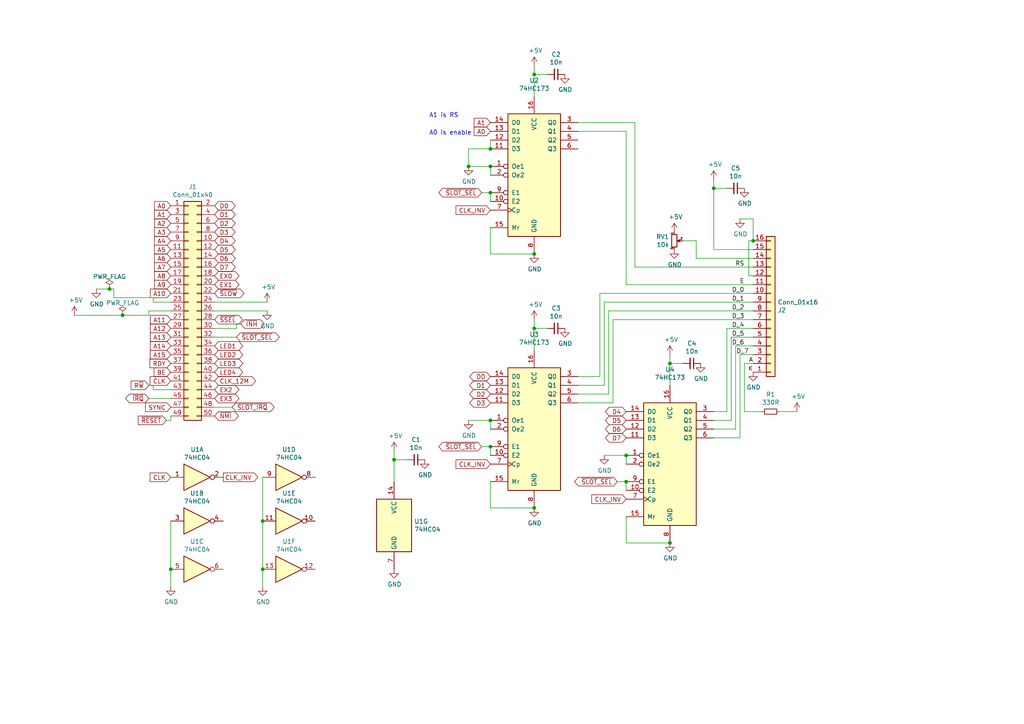
<source format=kicad_sch>
(kicad_sch (version 20211123) (generator eeschema)
  (paper "A4")
  (title_block (title "LCD Board") (date "2023-02-11") (rev "${VERSION}") (company "Six Pixels"))
  (lib_symbols
    (symbol "74xx:74LS04"
      (property "Reference" "U" (at 0 1.27 0))
      (property "Value" "74LS04" (at 0 -1.27 0))
      (symbol "74LS04_1_0"
        (polyline (pts (xy -3.81 3.81) (xy -3.81 -3.81) (xy 3.81 0) (xy -3.81 3.81)) (stroke (width 0.254)) (fill (type background)))
        (pin input line (at -7.62 0 0) (length 3.81) (name "~") (number "1"))
        (pin output inverted (at 7.62 0 180) (length 3.81) (name "~") (number "2"))
      )
      (symbol "74LS04_2_0"
        (polyline (pts (xy -3.81 3.81) (xy -3.81 -3.81) (xy 3.81 0) (xy -3.81 3.81)) (stroke (width 0.254)) (fill (type background)))
        (pin input line (at -7.62 0 0) (length 3.81) (name "~") (number "3"))
        (pin output inverted (at 7.62 0 180) (length 3.81) (name "~") (number "4"))
      )
      (symbol "74LS04_3_0"
        (polyline (pts (xy -3.81 3.81) (xy -3.81 -3.81) (xy 3.81 0) (xy -3.81 3.81)) (stroke (width 0.254)) (fill (type background)))
        (pin input line (at -7.62 0 0) (length 3.81) (name "~") (number "5"))
        (pin output inverted (at 7.62 0 180) (length 3.81) (name "~") (number "6"))
      )
      (symbol "74LS04_4_0"
        (polyline (pts (xy -3.81 3.81) (xy -3.81 -3.81) (xy 3.81 0) (xy -3.81 3.81)) (stroke (width 0.254)) (fill (type background)))
        (pin output inverted (at 7.62 0 180) (length 3.81) (name "~") (number "8"))
        (pin input line (at -7.62 0 0) (length 3.81) (name "~") (number "9"))
      )
      (symbol "74LS04_5_0"
        (polyline (pts (xy -3.81 3.81) (xy -3.81 -3.81) (xy 3.81 0) (xy -3.81 3.81)) (stroke (width 0.254)) (fill (type background)))
        (pin output inverted (at 7.62 0 180) (length 3.81) (name "~") (number "10"))
        (pin input line (at -7.62 0 0) (length 3.81) (name "~") (number "11"))
      )
      (symbol "74LS04_6_0"
        (polyline (pts (xy -3.81 3.81) (xy -3.81 -3.81) (xy 3.81 0) (xy -3.81 3.81)) (stroke (width 0.254)) (fill (type background)))
        (pin output inverted (at 7.62 0 180) (length 3.81) (name "~") (number "12"))
        (pin input line (at -7.62 0 0) (length 3.81) (name "~") (number "13"))
      )
      (symbol "74LS04_7_0"
        (pin power_in line (at 0 12.7 270) (length 5.08) (name "VCC") (number "14"))
        (pin power_in line (at 0 -12.7 90) (length 5.08) (name "GND") (number "7"))
      )
      (symbol "74LS04_7_1"
        (rectangle (start -5.08 7.62) (end 5.08 -7.62) (stroke (width 0.254)) (fill (type background)))
      )
    )
    (symbol "74xx:74LS173" (pin_names (offset 1.016))
      (property "Reference" "U" (at -7.62 19.05 0))
      (property "Value" "74LS173" (at -7.62 -19.05 0))
      (symbol "74LS173_1_0"
        (pin input inverted (at -12.7 2.54 0) (length 5.08) (name "Oe1") (number "1"))
        (pin input inverted (at -12.7 -7.62 0) (length 5.08) (name "E2") (number "10"))
        (pin input line (at -12.7 7.62 0) (length 5.08) (name "D3") (number "11"))
        (pin input line (at -12.7 10.16 0) (length 5.08) (name "D2") (number "12"))
        (pin input line (at -12.7 12.7 0) (length 5.08) (name "D1") (number "13"))
        (pin input line (at -12.7 15.24 0) (length 5.08) (name "D0") (number "14"))
        (pin input line (at -12.7 -15.24 0) (length 5.08) (name "Mr") (number "15"))
        (pin power_in line (at 0 22.86 270) (length 5.08) (name "VCC") (number "16"))
        (pin input inverted (at -12.7 0 0) (length 5.08) (name "Oe2") (number "2"))
        (pin tri_state line (at 12.7 15.24 180) (length 5.08) (name "Q0") (number "3"))
        (pin tri_state line (at 12.7 12.7 180) (length 5.08) (name "Q1") (number "4"))
        (pin tri_state line (at 12.7 10.16 180) (length 5.08) (name "Q2") (number "5"))
        (pin tri_state line (at 12.7 7.62 180) (length 5.08) (name "Q3") (number "6"))
        (pin input clock (at -12.7 -10.16 0) (length 5.08) (name "Cp") (number "7"))
        (pin power_in line (at 0 -22.86 90) (length 5.08) (name "GND") (number "8"))
        (pin input inverted (at -12.7 -5.08 0) (length 5.08) (name "E1") (number "9"))
      )
      (symbol "74LS173_1_1"
        (rectangle (start -7.62 17.78) (end 7.62 -17.78) (stroke (width 0.254)) (fill (type background)))
      )
    )
    (symbol "Connector_Generic:Conn_01x16" (pin_names (offset 1.016) hide)
      (property "Reference" "J" (at 0 20.32 0))
      (property "Value" "Conn_01x16" (at 0 -22.86 0))
      (symbol "Conn_01x16_1_1"
        (rectangle (start -1.27 -20.193) (end 0 -20.447) (stroke (width 0.1524)))
        (rectangle (start -1.27 -17.653) (end 0 -17.907) (stroke (width 0.1524)))
        (rectangle (start -1.27 -15.113) (end 0 -15.367) (stroke (width 0.1524)))
        (rectangle (start -1.27 -12.573) (end 0 -12.827) (stroke (width 0.1524)))
        (rectangle (start -1.27 -10.033) (end 0 -10.287) (stroke (width 0.1524)))
        (rectangle (start -1.27 -7.493) (end 0 -7.747) (stroke (width 0.1524)))
        (rectangle (start -1.27 -4.953) (end 0 -5.207) (stroke (width 0.1524)))
        (rectangle (start -1.27 -2.413) (end 0 -2.667) (stroke (width 0.1524)))
        (rectangle (start -1.27 0.127) (end 0 -0.127) (stroke (width 0.1524)))
        (rectangle (start -1.27 2.667) (end 0 2.413) (stroke (width 0.1524)))
        (rectangle (start -1.27 5.207) (end 0 4.953) (stroke (width 0.1524)))
        (rectangle (start -1.27 7.747) (end 0 7.493) (stroke (width 0.1524)))
        (rectangle (start -1.27 10.287) (end 0 10.033) (stroke (width 0.1524)))
        (rectangle (start -1.27 12.827) (end 0 12.573) (stroke (width 0.1524)))
        (rectangle (start -1.27 15.367) (end 0 15.113) (stroke (width 0.1524)))
        (rectangle (start -1.27 17.907) (end 0 17.653) (stroke (width 0.1524)))
        (rectangle (start -1.27 19.05) (end 1.27 -21.59) (stroke (width 0.254)) (fill (type background)))
        (pin passive line (at -5.08 17.78 0) (length 3.81) (name "Pin_1") (number "1"))
        (pin passive line (at -5.08 -5.08 0) (length 3.81) (name "Pin_10") (number "10"))
        (pin passive line (at -5.08 -7.62 0) (length 3.81) (name "Pin_11") (number "11"))
        (pin passive line (at -5.08 -10.16 0) (length 3.81) (name "Pin_12") (number "12"))
        (pin passive line (at -5.08 -12.7 0) (length 3.81) (name "Pin_13") (number "13"))
        (pin passive line (at -5.08 -15.24 0) (length 3.81) (name "Pin_14") (number "14"))
        (pin passive line (at -5.08 -17.78 0) (length 3.81) (name "Pin_15") (number "15"))
        (pin passive line (at -5.08 -20.32 0) (length 3.81) (name "Pin_16") (number "16"))
        (pin passive line (at -5.08 15.24 0) (length 3.81) (name "Pin_2") (number "2"))
        (pin passive line (at -5.08 12.7 0) (length 3.81) (name "Pin_3") (number "3"))
        (pin passive line (at -5.08 10.16 0) (length 3.81) (name "Pin_4") (number "4"))
        (pin passive line (at -5.08 7.62 0) (length 3.81) (name "Pin_5") (number "5"))
        (pin passive line (at -5.08 5.08 0) (length 3.81) (name "Pin_6") (number "6"))
        (pin passive line (at -5.08 2.54 0) (length 3.81) (name "Pin_7") (number "7"))
        (pin passive line (at -5.08 0 0) (length 3.81) (name "Pin_8") (number "8"))
        (pin passive line (at -5.08 -2.54 0) (length 3.81) (name "Pin_9") (number "9"))
      )
    )
    (symbol "Connector_Generic:Conn_02x25_Odd_Even" (pin_names (offset 1.016) hide)
      (property "Reference" "J" (at 1.27 33.02 0))
      (property "Value" "Conn_02x25_Odd_Even" (at 1.27 -33.02 0))
      (symbol "Conn_02x25_Odd_Even_1_1"
        (rectangle (start -1.27 -30.353) (end 0 -30.607) (stroke (width 0.1524)))
        (rectangle (start -1.27 -27.813) (end 0 -28.067) (stroke (width 0.1524)))
        (rectangle (start -1.27 -25.273) (end 0 -25.527) (stroke (width 0.1524)))
        (rectangle (start -1.27 -22.733) (end 0 -22.987) (stroke (width 0.1524)))
        (rectangle (start -1.27 -20.193) (end 0 -20.447) (stroke (width 0.1524)))
        (rectangle (start -1.27 -17.653) (end 0 -17.907) (stroke (width 0.1524)))
        (rectangle (start -1.27 -15.113) (end 0 -15.367) (stroke (width 0.1524)))
        (rectangle (start -1.27 -12.573) (end 0 -12.827) (stroke (width 0.1524)))
        (rectangle (start -1.27 -10.033) (end 0 -10.287) (stroke (width 0.1524)))
        (rectangle (start -1.27 -7.493) (end 0 -7.747) (stroke (width 0.1524)))
        (rectangle (start -1.27 -4.953) (end 0 -5.207) (stroke (width 0.1524)))
        (rectangle (start -1.27 -2.413) (end 0 -2.667) (stroke (width 0.1524)))
        (rectangle (start -1.27 0.127) (end 0 -0.127) (stroke (width 0.1524)))
        (rectangle (start -1.27 2.667) (end 0 2.413) (stroke (width 0.1524)))
        (rectangle (start -1.27 5.207) (end 0 4.953) (stroke (width 0.1524)))
        (rectangle (start -1.27 7.747) (end 0 7.493) (stroke (width 0.1524)))
        (rectangle (start -1.27 10.287) (end 0 10.033) (stroke (width 0.1524)))
        (rectangle (start -1.27 12.827) (end 0 12.573) (stroke (width 0.1524)))
        (rectangle (start -1.27 15.367) (end 0 15.113) (stroke (width 0.1524)))
        (rectangle (start -1.27 17.907) (end 0 17.653) (stroke (width 0.1524)))
        (rectangle (start -1.27 20.447) (end 0 20.193) (stroke (width 0.1524)))
        (rectangle (start -1.27 22.987) (end 0 22.733) (stroke (width 0.1524)))
        (rectangle (start -1.27 25.527) (end 0 25.273) (stroke (width 0.1524)))
        (rectangle (start -1.27 28.067) (end 0 27.813) (stroke (width 0.1524)))
        (rectangle (start -1.27 30.607) (end 0 30.353) (stroke (width 0.1524)))
        (rectangle (start -1.27 31.75) (end 3.81 -31.75) (stroke (width 0.254)) (fill (type background)))
        (rectangle (start 3.81 -30.353) (end 2.54 -30.607) (stroke (width 0.1524)))
        (rectangle (start 3.81 -27.813) (end 2.54 -28.067) (stroke (width 0.1524)))
        (rectangle (start 3.81 -25.273) (end 2.54 -25.527) (stroke (width 0.1524)))
        (rectangle (start 3.81 -22.733) (end 2.54 -22.987) (stroke (width 0.1524)))
        (rectangle (start 3.81 -20.193) (end 2.54 -20.447) (stroke (width 0.1524)))
        (rectangle (start 3.81 -17.653) (end 2.54 -17.907) (stroke (width 0.1524)))
        (rectangle (start 3.81 -15.113) (end 2.54 -15.367) (stroke (width 0.1524)))
        (rectangle (start 3.81 -12.573) (end 2.54 -12.827) (stroke (width 0.1524)))
        (rectangle (start 3.81 -10.033) (end 2.54 -10.287) (stroke (width 0.1524)))
        (rectangle (start 3.81 -7.493) (end 2.54 -7.747) (stroke (width 0.1524)))
        (rectangle (start 3.81 -4.953) (end 2.54 -5.207) (stroke (width 0.1524)))
        (rectangle (start 3.81 -2.413) (end 2.54 -2.667) (stroke (width 0.1524)))
        (rectangle (start 3.81 0.127) (end 2.54 -0.127) (stroke (width 0.1524)))
        (rectangle (start 3.81 2.667) (end 2.54 2.413) (stroke (width 0.1524)))
        (rectangle (start 3.81 5.207) (end 2.54 4.953) (stroke (width 0.1524)))
        (rectangle (start 3.81 7.747) (end 2.54 7.493) (stroke (width 0.1524)))
        (rectangle (start 3.81 10.287) (end 2.54 10.033) (stroke (width 0.1524)))
        (rectangle (start 3.81 12.827) (end 2.54 12.573) (stroke (width 0.1524)))
        (rectangle (start 3.81 15.367) (end 2.54 15.113) (stroke (width 0.1524)))
        (rectangle (start 3.81 17.907) (end 2.54 17.653) (stroke (width 0.1524)))
        (rectangle (start 3.81 20.447) (end 2.54 20.193) (stroke (width 0.1524)))
        (rectangle (start 3.81 22.987) (end 2.54 22.733) (stroke (width 0.1524)))
        (rectangle (start 3.81 25.527) (end 2.54 25.273) (stroke (width 0.1524)))
        (rectangle (start 3.81 28.067) (end 2.54 27.813) (stroke (width 0.1524)))
        (rectangle (start 3.81 30.607) (end 2.54 30.353) (stroke (width 0.1524)))
        (pin passive line (at -5.08 30.48 0) (length 3.81) (name "Pin_1") (number "1"))
        (pin passive line (at 7.62 20.32 180) (length 3.81) (name "Pin_10") (number "10"))
        (pin passive line (at -5.08 17.78 0) (length 3.81) (name "Pin_11") (number "11"))
        (pin passive line (at 7.62 17.78 180) (length 3.81) (name "Pin_12") (number "12"))
        (pin passive line (at -5.08 15.24 0) (length 3.81) (name "Pin_13") (number "13"))
        (pin passive line (at 7.62 15.24 180) (length 3.81) (name "Pin_14") (number "14"))
        (pin passive line (at -5.08 12.7 0) (length 3.81) (name "Pin_15") (number "15"))
        (pin passive line (at 7.62 12.7 180) (length 3.81) (name "Pin_16") (number "16"))
        (pin passive line (at -5.08 10.16 0) (length 3.81) (name "Pin_17") (number "17"))
        (pin passive line (at 7.62 10.16 180) (length 3.81) (name "Pin_18") (number "18"))
        (pin passive line (at -5.08 7.62 0) (length 3.81) (name "Pin_19") (number "19"))
        (pin passive line (at 7.62 30.48 180) (length 3.81) (name "Pin_2") (number "2"))
        (pin passive line (at 7.62 7.62 180) (length 3.81) (name "Pin_20") (number "20"))
        (pin passive line (at -5.08 5.08 0) (length 3.81) (name "Pin_21") (number "21"))
        (pin passive line (at 7.62 5.08 180) (length 3.81) (name "Pin_22") (number "22"))
        (pin passive line (at -5.08 2.54 0) (length 3.81) (name "Pin_23") (number "23"))
        (pin passive line (at 7.62 2.54 180) (length 3.81) (name "Pin_24") (number "24"))
        (pin passive line (at -5.08 0 0) (length 3.81) (name "Pin_25") (number "25"))
        (pin passive line (at 7.62 0 180) (length 3.81) (name "Pin_26") (number "26"))
        (pin passive line (at -5.08 -2.54 0) (length 3.81) (name "Pin_27") (number "27"))
        (pin passive line (at 7.62 -2.54 180) (length 3.81) (name "Pin_28") (number "28"))
        (pin passive line (at -5.08 -5.08 0) (length 3.81) (name "Pin_29") (number "29"))
        (pin passive line (at -5.08 27.94 0) (length 3.81) (name "Pin_3") (number "3"))
        (pin passive line (at 7.62 -5.08 180) (length 3.81) (name "Pin_30") (number "30"))
        (pin passive line (at -5.08 -7.62 0) (length 3.81) (name "Pin_31") (number "31"))
        (pin passive line (at 7.62 -7.62 180) (length 3.81) (name "Pin_32") (number "32"))
        (pin passive line (at -5.08 -10.16 0) (length 3.81) (name "Pin_33") (number "33"))
        (pin passive line (at 7.62 -10.16 180) (length 3.81) (name "Pin_34") (number "34"))
        (pin passive line (at -5.08 -12.7 0) (length 3.81) (name "Pin_35") (number "35"))
        (pin passive line (at 7.62 -12.7 180) (length 3.81) (name "Pin_36") (number "36"))
        (pin passive line (at -5.08 -15.24 0) (length 3.81) (name "Pin_37") (number "37"))
        (pin passive line (at 7.62 -15.24 180) (length 3.81) (name "Pin_38") (number "38"))
        (pin passive line (at -5.08 -17.78 0) (length 3.81) (name "Pin_39") (number "39"))
        (pin passive line (at 7.62 27.94 180) (length 3.81) (name "Pin_4") (number "4"))
        (pin passive line (at 7.62 -17.78 180) (length 3.81) (name "Pin_40") (number "40"))
        (pin passive line (at -5.08 -20.32 0) (length 3.81) (name "Pin_41") (number "41"))
        (pin passive line (at 7.62 -20.32 180) (length 3.81) (name "Pin_42") (number "42"))
        (pin passive line (at -5.08 -22.86 0) (length 3.81) (name "Pin_43") (number "43"))
        (pin passive line (at 7.62 -22.86 180) (length 3.81) (name "Pin_44") (number "44"))
        (pin passive line (at -5.08 -25.4 0) (length 3.81) (name "Pin_45") (number "45"))
        (pin passive line (at 7.62 -25.4 180) (length 3.81) (name "Pin_46") (number "46"))
        (pin passive line (at -5.08 -27.94 0) (length 3.81) (name "Pin_47") (number "47"))
        (pin passive line (at 7.62 -27.94 180) (length 3.81) (name "Pin_48") (number "48"))
        (pin passive line (at -5.08 -30.48 0) (length 3.81) (name "Pin_49") (number "49"))
        (pin passive line (at -5.08 25.4 0) (length 3.81) (name "Pin_5") (number "5"))
        (pin passive line (at 7.62 -30.48 180) (length 3.81) (name "Pin_50") (number "50"))
        (pin passive line (at 7.62 25.4 180) (length 3.81) (name "Pin_6") (number "6"))
        (pin passive line (at -5.08 22.86 0) (length 3.81) (name "Pin_7") (number "7"))
        (pin passive line (at 7.62 22.86 180) (length 3.81) (name "Pin_8") (number "8"))
        (pin passive line (at -5.08 20.32 0) (length 3.81) (name "Pin_9") (number "9"))
      )
    )
    (symbol "Device:C_Small" (pin_numbers hide) (pin_names (offset 0.254) hide)
      (property "Reference" "C" (at 0.254 1.778 0))
      (property "Value" "C_Small" (at 0.254 -2.032 0))
      (symbol "C_Small_0_1"
        (polyline (pts (xy -1.524 -0.508) (xy 1.524 -0.508)) (stroke (width 0.3302)))
        (polyline (pts (xy -1.524 0.508) (xy 1.524 0.508)) (stroke (width 0.3048)))
      )
      (symbol "C_Small_1_1"
        (pin passive line (at 0 2.54 270) (length 2.032) (name "~") (number "1"))
        (pin passive line (at 0 -2.54 90) (length 2.032) (name "~") (number "2"))
      )
    )
    (symbol "Device:R_Small" (pin_numbers hide) (pin_names (offset 0.254) hide)
      (property "Reference" "R" (at 0.762 0.508 0))
      (property "Value" "R_Small" (at 0.762 -1.016 0))
      (symbol "R_Small_0_1"
        (rectangle (start -0.762 1.778) (end 0.762 -1.778) (stroke (width 0.2032)))
      )
      (symbol "R_Small_1_1"
        (pin passive line (at 0 2.54 270) (length 0.762) (name "~") (number "1"))
        (pin passive line (at 0 -2.54 90) (length 0.762) (name "~") (number "2"))
      )
    )
    (symbol "lcd_board-rescue:R_POT_Small-Device" (pin_names (offset 1.016) hide)
      (property "Reference" "RV" (at -4.445 0 90))
      (property "Value" "R_POT_Small-Device" (at -2.54 0 90))
      (symbol "R_POT_Small-Device_0_1"
        (polyline (pts (xy 0.889 0) (xy 0.635 0) (xy 1.651 0.381) (xy 1.651 -0.381) (xy 0.635 0) (xy 0.889 0)) (fill (type outline)))
        (rectangle (start 0.762 1.8034) (end -0.762 -1.8034) (stroke (width 0.254)))
      )
      (symbol "R_POT_Small-Device_1_1"
        (pin passive line (at 0 2.54 270) (length 0.635) (name "1") (number "1"))
        (pin passive line (at 2.54 0 180) (length 0.9906) (name "2") (number "2"))
        (pin passive line (at 0 -2.54 90) (length 0.635) (name "3") (number "3"))
      )
    )
    (symbol "power:+5V" (power) (pin_names (offset 0))
      (property "Value" "+5V" (at 0 3.556 0))
      (symbol "+5V_0_1"
        (polyline (pts (xy -0.762 1.27) (xy 0 2.54)))
        (polyline (pts (xy 0 0) (xy 0 2.54)))
        (polyline (pts (xy 0 2.54) (xy 0.762 1.27)))
      )
      (symbol "+5V_1_1"
        (pin power_in line (at 0 0 90) (length 0) hide (name "+5V") (number "1"))
      )
    )
    (symbol "power:GND" (power) (pin_names (offset 0))
      (property "Value" "GND" (at 0 -3.81 0))
      (symbol "GND_0_1"
        (polyline (pts (xy 0 0) (xy 0 -1.27) (xy 1.27 -1.27) (xy 0 -2.54) (xy -1.27 -1.27) (xy 0 -1.27)))
      )
      (symbol "GND_1_1"
        (pin power_in line (at 0 0 270) (length 0) hide (name "GND") (number "1"))
      )
    )
    (symbol "power:PWR_FLAG" (power) (pin_numbers hide) (pin_names (offset 0) hide)
      (property "Value" "PWR_FLAG" (at 0 3.81 0))
      (symbol "PWR_FLAG_0_0"
        (pin power_out line (at 0 0 90) (length 0) (name "pwr") (number "1"))
      )
      (symbol "PWR_FLAG_0_1"
        (polyline (pts (xy 0 0) (xy 0 1.27) (xy -1.016 1.905) (xy 0 2.54) (xy 1.016 1.905) (xy 0 1.27)))
      )
    )
  )
  (junction (at 142.24 43.18))
  (junction (at 114.3 133.35))
  (junction (at 76.2 165.1))
  (junction (at 76.2 151.13))
  (junction (at 154.94 147.32))
  (junction (at 181.61 139.7))
  (junction (at 31.75 83.82))
  (junction (at 154.94 21.59))
  (junction (at 207.01 54.61))
  (junction (at 142.24 55.88))
  (junction (at 135.89 48.26))
  (junction (at 142.24 121.92))
  (junction (at 154.94 73.66))
  (junction (at 194.31 105.41))
  (junction (at 142.24 48.26))
  (junction (at 194.31 157.48))
  (junction (at 218.44 69.85))
  (junction (at 49.53 165.1))
  (junction (at 142.24 129.54))
  (junction (at 35.56 91.44))
  (junction (at 181.61 132.08))
  (junction (at 154.94 95.25))
  (wire (pts (xy 76.2 170.18) (xy 76.2 165.1)))
  (wire (pts (xy 44.45 87.63) (xy 44.45 86.36)))
  (wire (pts (xy 76.2 165.1) (xy 76.2 151.13)))
  (wire (pts (xy 217.17 80.01) (xy 217.17 69.85)))
  (wire (pts (xy 114.3 133.35) (xy 114.3 130.81)))
  (wire (pts (xy 210.82 54.61) (xy 207.01 54.61)))
  (wire (pts (xy 142.24 73.66) (xy 154.94 73.66)))
  (wire (pts (xy 67.31 118.11) (xy 62.23 118.11)))
  (wire (pts (xy 181.61 38.1) (xy 181.61 82.55)))
  (wire (pts (xy 49.53 170.18) (xy 49.53 165.1)))
  (wire (pts (xy 142.24 129.54) (xy 139.7 129.54)))
  (wire (pts (xy 35.56 91.44) (xy 43.18 91.44)))
  (wire (pts (xy 142.24 48.26) (xy 142.24 50.8)))
  (wire (pts (xy 181.61 157.48) (xy 194.31 157.48)))
  (wire (pts (xy 184.15 77.47) (xy 184.15 35.56)))
  (wire (pts (xy 181.61 149.86) (xy 181.61 157.48)))
  (wire (pts (xy 21.59 91.44) (xy 35.56 91.44)))
  (wire (pts (xy 33.02 83.82) (xy 31.75 83.82)))
  (wire (pts (xy 198.12 105.41) (xy 194.31 105.41)))
  (wire (pts (xy 68.58 93.98) (xy 68.58 95.25)))
  (wire (pts (xy 218.44 102.87) (xy 214.63 102.87)))
  (wire (pts (xy 176.53 114.3) (xy 167.64 114.3)))
  (wire (pts (xy 210.82 119.38) (xy 210.82 95.25)))
  (wire (pts (xy 175.26 87.63) (xy 218.44 87.63)))
  (wire (pts (xy 207.01 54.61) (xy 207.01 52.07)))
  (wire (pts (xy 43.18 91.44) (xy 43.18 90.17)))
  (wire (pts (xy 154.94 101.6) (xy 154.94 95.25)))
  (wire (pts (xy 218.44 69.85) (xy 218.44 63.5)))
  (wire (pts (xy 207.01 54.61) (xy 207.01 72.39)))
  (wire (pts (xy 215.9 105.41) (xy 218.44 105.41)))
  (wire (pts (xy 142.24 58.42) (xy 142.24 55.88)))
  (wire (pts (xy 218.44 82.55) (xy 181.61 82.55)))
  (wire (pts (xy 210.82 95.25) (xy 218.44 95.25)))
  (wire (pts (xy 212.09 121.92) (xy 212.09 97.79)))
  (wire (pts (xy 181.61 139.7) (xy 179.07 139.7)))
  (wire (pts (xy 49.53 90.17) (xy 43.18 90.17)))
  (wire (pts (xy 142.24 121.92) (xy 142.24 124.46)))
  (wire (pts (xy 181.61 132.08) (xy 181.61 134.62)))
  (wire (pts (xy 135.89 43.18) (xy 142.24 43.18)))
  (wire (pts (xy 214.63 127) (xy 207.01 127)))
  (wire (pts (xy 135.89 48.26) (xy 142.24 48.26)))
  (wire (pts (xy 231.14 119.38) (xy 226.06 119.38)))
  (wire (pts (xy 218.44 74.93) (xy 201.93 74.93)))
  (wire (pts (xy 62.23 90.17) (xy 77.47 90.17)))
  (wire (pts (xy 49.53 121.92) (xy 49.53 120.65)))
  (wire (pts (xy 76.2 151.13) (xy 76.2 138.43)))
  (wire (pts (xy 184.15 35.56) (xy 167.64 35.56)))
  (wire (pts (xy 48.26 121.92) (xy 49.53 121.92)))
  (wire (pts (xy 158.75 21.59) (xy 154.94 21.59)))
  (wire (pts (xy 135.89 43.18) (xy 135.89 48.26)))
  (wire (pts (xy 69.85 93.98) (xy 68.58 93.98)))
  (wire (pts (xy 176.53 90.17) (xy 176.53 114.3)))
  (wire (pts (xy 213.36 100.33) (xy 218.44 100.33)))
  (wire (pts (xy 44.45 113.03) (xy 49.53 113.03)))
  (wire (pts (xy 218.44 90.17) (xy 176.53 90.17)))
  (wire (pts (xy 217.17 69.85) (xy 218.44 69.85)))
  (wire (pts (xy 118.11 133.35) (xy 114.3 133.35)))
  (wire (pts (xy 43.18 111.76) (xy 44.45 111.76)))
  (wire (pts (xy 220.98 119.38) (xy 215.9 119.38)))
  (wire (pts (xy 218.44 77.47) (xy 184.15 77.47)))
  (wire (pts (xy 142.24 147.32) (xy 154.94 147.32)))
  (wire (pts (xy 207.01 124.46) (xy 213.36 124.46)))
  (wire (pts (xy 173.99 109.22) (xy 167.64 109.22)))
  (wire (pts (xy 194.31 111.76) (xy 194.31 105.41)))
  (wire (pts (xy 177.8 116.84) (xy 167.64 116.84)))
  (wire (pts (xy 181.61 142.24) (xy 181.61 139.7)))
  (wire (pts (xy 44.45 87.63) (xy 49.53 87.63)))
  (wire (pts (xy 142.24 139.7) (xy 142.24 147.32)))
  (wire (pts (xy 212.09 97.79) (xy 218.44 97.79)))
  (wire (pts (xy 177.8 92.71) (xy 177.8 116.84)))
  (wire (pts (xy 142.24 55.88) (xy 139.7 55.88)))
  (wire (pts (xy 207.01 119.38) (xy 210.82 119.38)))
  (wire (pts (xy 154.94 27.94) (xy 154.94 21.59)))
  (wire (pts (xy 142.24 66.04) (xy 142.24 73.66)))
  (wire (pts (xy 175.26 111.76) (xy 175.26 87.63)))
  (wire (pts (xy 154.94 21.59) (xy 154.94 19.05)))
  (wire (pts (xy 213.36 124.46) (xy 213.36 100.33)))
  (wire (pts (xy 68.58 97.79) (xy 62.23 97.79)))
  (wire (pts (xy 68.58 95.25) (xy 62.23 95.25)))
  (wire (pts (xy 158.75 95.25) (xy 154.94 95.25)))
  (wire (pts (xy 181.61 38.1) (xy 167.64 38.1)))
  (wire (pts (xy 62.23 87.63) (xy 77.47 87.63)))
  (wire (pts (xy 135.89 121.92) (xy 142.24 121.92)))
  (wire (pts (xy 44.45 111.76) (xy 44.45 113.03)))
  (wire (pts (xy 218.44 80.01) (xy 217.17 80.01)))
  (wire (pts (xy 114.3 139.7) (xy 114.3 133.35)))
  (wire (pts (xy 218.44 85.09) (xy 173.99 85.09)))
  (wire (pts (xy 142.24 40.64) (xy 142.24 43.18)))
  (wire (pts (xy 175.26 132.08) (xy 181.61 132.08)))
  (wire (pts (xy 201.93 69.85) (xy 198.12 69.85)))
  (wire (pts (xy 167.64 111.76) (xy 175.26 111.76)))
  (wire (pts (xy 201.93 74.93) (xy 201.93 69.85)))
  (wire (pts (xy 31.75 83.82) (xy 27.94 83.82)))
  (wire (pts (xy 194.31 105.41) (xy 194.31 102.87)))
  (wire (pts (xy 215.9 119.38) (xy 215.9 105.41)))
  (wire (pts (xy 49.53 165.1) (xy 49.53 151.13)))
  (wire (pts (xy 173.99 85.09) (xy 173.99 109.22)))
  (wire (pts (xy 218.44 92.71) (xy 177.8 92.71)))
  (wire (pts (xy 218.44 63.5) (xy 214.63 63.5)))
  (wire (pts (xy 214.63 102.87) (xy 214.63 127)))
  (wire (pts (xy 43.18 115.57) (xy 49.53 115.57)))
  (wire (pts (xy 207.01 121.92) (xy 212.09 121.92)))
  (wire (pts (xy 33.02 86.36) (xy 44.45 86.36)))
  (wire (pts (xy 154.94 95.25) (xy 154.94 92.71)))
  (wire (pts (xy 142.24 132.08) (xy 142.24 129.54)))
  (wire (pts (xy 33.02 86.36) (xy 33.02 83.82)))
  (wire (pts (xy 218.44 72.39) (xy 207.01 72.39)))
  (text "A0 is enable" (at 124.46 39.37 0) (effects (font (size 1.27 1.27)) (justify left bottom)))
  (text "A1 is RS" (at 124.46 34.29 0) (effects (font (size 1.27 1.27)) (justify left bottom)))
  (label "D_5" (at 215.9 97.79 180))
  (label "RS" (at 215.9 77.47 180))
  (label "D_0" (at 215.9 85.09 180))
  (label "E" (at 215.9 82.55 180))
  (label "D_7" (at 217.17 102.87 180))
  (label "D_1" (at 215.9 87.63 180))
  (label "A" (at 218.44 105.41 180))
  (label "K" (at 218.44 107.95 180))
  (label "D_3" (at 215.9 92.71 180))
  (label "D_6" (at 215.9 100.33 180))
  (label "D_4" (at 215.9 95.25 180))
  (label "D_2" (at 215.9 90.17 180))
  (global_label "LED3" (shape bidirectional) (at 62.23 105.41 0) (property "Intersheet References" "${INTERSHEET_REFS}" (effects hide)))
  (global_label "D1" (shape bidirectional) (at 142.24 111.76 180) (property "Intersheet References" "${INTERSHEET_REFS}" (effects hide)))
  (global_label "D5" (shape bidirectional) (at 181.61 121.92 180) (property "Intersheet References" "${INTERSHEET_REFS}" (effects hide)))
  (global_label "A0" (shape input) (at 49.53 59.69 180) (property "Intersheet References" "${INTERSHEET_REFS}" (effects hide)))
  (global_label "D2" (shape bidirectional) (at 62.23 64.77 0) (property "Intersheet References" "${INTERSHEET_REFS}" (effects hide)))
  (global_label "D3" (shape bidirectional) (at 142.24 116.84 180) (property "Intersheet References" "${INTERSHEET_REFS}" (effects hide)))
  (global_label "EX0" (shape bidirectional) (at 62.23 80.01 0) (property "Intersheet References" "${INTERSHEET_REFS}" (effects hide)))
  (global_label "D2" (shape bidirectional) (at 142.24 114.3 180) (property "Intersheet References" "${INTERSHEET_REFS}" (effects hide)))
  (global_label "A2" (shape input) (at 49.53 64.77 180) (property "Intersheet References" "${INTERSHEET_REFS}" (effects hide)))
  (global_label "LED1" (shape bidirectional) (at 62.23 100.33 0) (property "Intersheet References" "${INTERSHEET_REFS}" (effects hide)))
  (global_label "D3" (shape bidirectional) (at 62.23 67.31 0) (property "Intersheet References" "${INTERSHEET_REFS}" (effects hide)))
  (global_label "A12" (shape input) (at 49.53 95.25 180) (property "Intersheet References" "${INTERSHEET_REFS}" (effects hide)))
  (global_label "D0" (shape bidirectional) (at 142.24 109.22 180) (property "Intersheet References" "${INTERSHEET_REFS}" (effects hide)))
  (global_label "BE" (shape input) (at 49.53 107.95 180) (property "Intersheet References" "${INTERSHEET_REFS}" (effects hide)))
  (global_label "CLK_12M" (shape bidirectional) (at 62.23 110.49 0) (property "Intersheet References" "${INTERSHEET_REFS}" (effects hide)))
  (global_label "LED2" (shape bidirectional) (at 62.23 102.87 0) (property "Intersheet References" "${INTERSHEET_REFS}" (effects hide)))
  (global_label "D6" (shape bidirectional) (at 62.23 74.93 0) (property "Intersheet References" "${INTERSHEET_REFS}" (effects hide)))
  (global_label "A1" (shape input) (at 142.24 35.56 180) (property "Intersheet References" "${INTERSHEET_REFS}" (effects hide)))
  (global_label "D7" (shape bidirectional) (at 181.61 127 180) (property "Intersheet References" "${INTERSHEET_REFS}" (effects hide)))
  (global_label "~{NMI}" (shape bidirectional) (at 62.23 120.65 0) (property "Intersheet References" "${INTERSHEET_REFS}" (effects hide)))
  (global_label "EX3" (shape bidirectional) (at 62.23 115.57 0) (property "Intersheet References" "${INTERSHEET_REFS}" (effects hide)))
  (global_label "A11" (shape input) (at 49.53 92.71 180) (property "Intersheet References" "${INTERSHEET_REFS}" (effects hide)))
  (global_label "A1" (shape input) (at 49.53 62.23 180) (property "Intersheet References" "${INTERSHEET_REFS}" (effects hide)))
  (global_label "CLK_INV" (shape input) (at 142.24 60.96 180) (property "Intersheet References" "${INTERSHEET_REFS}" (effects hide)))
  (global_label "A4" (shape input) (at 49.53 69.85 180) (property "Intersheet References" "${INTERSHEET_REFS}" (effects hide)))
  (global_label "A13" (shape input) (at 49.53 97.79 180) (property "Intersheet References" "${INTERSHEET_REFS}" (effects hide)))
  (global_label "~{SLOT_IRQ}" (shape bidirectional) (at 67.31 118.11 0) (property "Intersheet References" "${INTERSHEET_REFS}" (effects hide)))
  (global_label "LED4" (shape bidirectional) (at 62.23 107.95 0) (property "Intersheet References" "${INTERSHEET_REFS}" (effects hide)))
  (global_label "A14" (shape input) (at 49.53 100.33 180) (property "Intersheet References" "${INTERSHEET_REFS}" (effects hide)))
  (global_label "~{SLOT_SEL}" (shape bidirectional) (at 179.07 139.7 180) (property "Intersheet References" "${INTERSHEET_REFS}" (effects hide)))
  (global_label "~{IRQ}" (shape bidirectional) (at 43.18 115.57 180) (property "Intersheet References" "${INTERSHEET_REFS}" (effects hide)))
  (global_label "EX2" (shape bidirectional) (at 62.23 113.03 0) (property "Intersheet References" "${INTERSHEET_REFS}" (effects hide)))
  (global_label "SYNC" (shape input) (at 49.53 118.11 180) (property "Intersheet References" "${INTERSHEET_REFS}" (effects hide)))
  (global_label "A6" (shape input) (at 49.53 74.93 180) (property "Intersheet References" "${INTERSHEET_REFS}" (effects hide)))
  (global_label "CLK" (shape input) (at 49.53 138.43 180) (property "Intersheet References" "${INTERSHEET_REFS}" (effects hide)))
  (global_label "~{RESET}" (shape input) (at 48.26 121.92 180) (property "Intersheet References" "${INTERSHEET_REFS}" (effects hide)))
  (global_label "~{SLOT_SEL}" (shape bidirectional) (at 139.7 129.54 180) (property "Intersheet References" "${INTERSHEET_REFS}" (effects hide)))
  (global_label "~{INH}" (shape bidirectional) (at 69.85 93.98 0) (property "Intersheet References" "${INTERSHEET_REFS}" (effects hide)))
  (global_label "A0" (shape input) (at 142.24 38.1 180) (property "Intersheet References" "${INTERSHEET_REFS}" (effects hide)))
  (global_label "~{SLOT_SEL}" (shape bidirectional) (at 68.58 97.79 0) (property "Intersheet References" "${INTERSHEET_REFS}" (effects hide)))
  (global_label "~{SLOT_SEL}" (shape bidirectional) (at 139.7 55.88 180) (property "Intersheet References" "${INTERSHEET_REFS}" (effects hide)))
  (global_label "D5" (shape bidirectional) (at 62.23 72.39 0) (property "Intersheet References" "${INTERSHEET_REFS}" (effects hide)))
  (global_label "A15" (shape input) (at 49.53 102.87 180) (property "Intersheet References" "${INTERSHEET_REFS}" (effects hide)))
  (global_label "D0" (shape bidirectional) (at 62.23 59.69 0) (property "Intersheet References" "${INTERSHEET_REFS}" (effects hide)))
  (global_label "~{SSEL}" (shape bidirectional) (at 62.23 92.71 0) (property "Intersheet References" "${INTERSHEET_REFS}" (effects hide)))
  (global_label "A9" (shape input) (at 49.53 82.55 180) (property "Intersheet References" "${INTERSHEET_REFS}" (effects hide)))
  (global_label "R~{W}" (shape input) (at 43.18 111.76 180) (property "Intersheet References" "${INTERSHEET_REFS}" (effects hide)))
  (global_label "CLK_INV" (shape input) (at 181.61 144.78 180) (property "Intersheet References" "${INTERSHEET_REFS}" (effects hide)))
  (global_label "RDY" (shape input) (at 49.53 105.41 180) (property "Intersheet References" "${INTERSHEET_REFS}" (effects hide)))
  (global_label "CLK" (shape input) (at 49.53 110.49 180) (property "Intersheet References" "${INTERSHEET_REFS}" (effects hide)))
  (global_label "A10" (shape input) (at 49.53 85.09 180) (property "Intersheet References" "${INTERSHEET_REFS}" (effects hide)))
  (global_label "A3" (shape input) (at 49.53 67.31 180) (property "Intersheet References" "${INTERSHEET_REFS}" (effects hide)))
  (global_label "D4" (shape bidirectional) (at 181.61 119.38 180) (property "Intersheet References" "${INTERSHEET_REFS}" (effects hide)))
  (global_label "EX1" (shape bidirectional) (at 62.23 82.55 0) (property "Intersheet References" "${INTERSHEET_REFS}" (effects hide)))
  (global_label "CLK_INV" (shape output) (at 64.77 138.43 0) (property "Intersheet References" "${INTERSHEET_REFS}" (effects hide)))
  (global_label "CLK_INV" (shape input) (at 142.24 134.62 180) (property "Intersheet References" "${INTERSHEET_REFS}" (effects hide)))
  (global_label "D7" (shape bidirectional) (at 62.23 77.47 0) (property "Intersheet References" "${INTERSHEET_REFS}" (effects hide)))
  (global_label "A8" (shape input) (at 49.53 80.01 180) (property "Intersheet References" "${INTERSHEET_REFS}" (effects hide)))
  (global_label "A5" (shape input) (at 49.53 72.39 180) (property "Intersheet References" "${INTERSHEET_REFS}" (effects hide)))
  (global_label "D1" (shape bidirectional) (at 62.23 62.23 0) (property "Intersheet References" "${INTERSHEET_REFS}" (effects hide)))
  (global_label "D4" (shape bidirectional) (at 62.23 69.85 0) (property "Intersheet References" "${INTERSHEET_REFS}" (effects hide)))
  (global_label "D6" (shape bidirectional) (at 181.61 124.46 180) (property "Intersheet References" "${INTERSHEET_REFS}" (effects hide)))
  (global_label "A7" (shape input) (at 49.53 77.47 180) (property "Intersheet References" "${INTERSHEET_REFS}" (effects hide)))
  (global_label "~{SLOW}" (shape bidirectional) (at 62.23 85.09 0) (property "Intersheet References" "${INTERSHEET_REFS}" (effects hide)))
  (symbol (lib_id "Connector_Generic:Conn_02x25_Odd_Even") (at 54.61 90.17 0) (unit 1)
    (property "Reference" "J1" (at 55.88 54.1782 0))
    (property "Value" "Conn_01x40" (at 55.88 56.4896 0))
    (property "Footprint" "Connector_PinHeader_2.54mm:PinHeader_2x25_P2.54mm_Horizontal" (effects hide))
  )
  (symbol (lib_id "power:+5V") (at 77.47 87.63 0) (unit 1)
    (property "Reference" "#PWR0101" (effects hide))
    (property "Value" "+5V" (at 77.851 83.2358 0))
  )
  (symbol (lib_id "power:+5V") (at 21.59 91.44 0) (unit 1)
    (property "Reference" "#PWR0102" (effects hide))
    (property "Value" "+5V" (at 21.971 87.0458 0))
  )
  (symbol (lib_id "power:GND") (at 77.47 90.17 0) (unit 1)
    (property "Reference" "#PWR0103" (effects hide))
    (property "Value" "GND" (at 77.597 94.5642 0))
  )
  (symbol (lib_id "power:GND") (at 27.94 83.82 0) (unit 1)
    (property "Reference" "#PWR0104" (effects hide))
    (property "Value" "GND" (at 28.067 88.2142 0))
  )
  (symbol (lib_id "Connector_Generic:Conn_01x16") (at 223.52 90.17 0) (mirror x) (unit 1)
    (property "Reference" "J2" (at 225.552 89.9668 0) (effects (justify left)))
    (property "Value" "Conn_01x16" (at 225.552 87.6554 0) (effects (justify left)))
    (property "Footprint" "Connector_PinSocket_2.54mm:PinSocket_1x16_P2.54mm_Horizontal" (effects hide))
  )
  (symbol (lib_id "power:GND") (at 214.63 63.5 0) (unit 1)
    (property "Reference" "#PWR0106" (effects hide))
    (property "Value" "GND" (at 214.757 67.8942 0))
  )
  (symbol (lib_id "74xx:74LS173") (at 194.31 134.62 0) (unit 1)
    (property "Reference" "U4" (at 194.31 107.1626 0))
    (property "Value" "74HC173" (at 194.31 109.474 0))
    (property "Footprint" "Package_DIP:DIP-16_W7.62mm_Socket" (effects hide))
    (property "Datasheet" "http://www.ti.com/lit/gpn/sn74LS04" (effects hide))
  )
  (symbol (lib_id "power:GND") (at 175.26 132.08 0) (unit 1)
    (property "Reference" "#PWR0107" (effects hide))
    (property "Value" "GND" (at 175.387 136.4742 0))
  )
  (symbol (lib_id "power:GND") (at 194.31 157.48 0) (unit 1)
    (property "Reference" "#PWR0108" (effects hide))
    (property "Value" "GND" (at 194.437 161.8742 0))
  )
  (symbol (lib_id "power:+5V") (at 194.31 102.87 0) (unit 1)
    (property "Reference" "#PWR0109" (effects hide))
    (property "Value" "+5V" (at 194.691 98.4758 0))
  )
  (symbol (lib_id "Device:C_Small") (at 200.66 105.41 270) (unit 1)
    (property "Reference" "C4" (at 200.66 99.5934 90))
    (property "Value" "10n" (at 200.66 101.9048 90))
    (property "Footprint" "Capacitor_THT:C_Disc_D4.3mm_W1.9mm_P5.00mm" (effects hide))
  )
  (symbol (lib_id "power:GND") (at 203.2 105.41 0) (unit 1)
    (property "Reference" "#PWR0110" (effects hide))
    (property "Value" "GND" (at 203.327 109.8042 0))
  )
  (symbol (lib_id "74xx:74LS173") (at 154.94 124.46 0) (unit 1)
    (property "Reference" "U3" (at 154.94 97.0026 0))
    (property "Value" "74HC173" (at 154.94 99.314 0))
    (property "Footprint" "Package_DIP:DIP-16_W7.62mm_Socket" (effects hide))
    (property "Datasheet" "http://www.ti.com/lit/gpn/sn74LS04" (effects hide))
  )
  (symbol (lib_id "power:GND") (at 135.89 121.92 0) (unit 1)
    (property "Reference" "#PWR0111" (effects hide))
    (property "Value" "GND" (at 136.017 126.3142 0))
  )
  (symbol (lib_id "power:GND") (at 154.94 147.32 0) (unit 1)
    (property "Reference" "#PWR0112" (effects hide))
    (property "Value" "GND" (at 155.067 151.7142 0))
  )
  (symbol (lib_id "power:+5V") (at 154.94 92.71 0) (unit 1)
    (property "Reference" "#PWR0113" (effects hide))
    (property "Value" "+5V" (at 155.321 88.3158 0))
  )
  (symbol (lib_id "Device:C_Small") (at 161.29 95.25 270) (unit 1)
    (property "Reference" "C3" (at 161.29 89.4334 90))
    (property "Value" "10n" (at 161.29 91.7448 90))
    (property "Footprint" "Capacitor_THT:C_Disc_D4.3mm_W1.9mm_P5.00mm" (effects hide))
  )
  (symbol (lib_id "power:GND") (at 163.83 95.25 0) (unit 1)
    (property "Reference" "#PWR0114" (effects hide))
    (property "Value" "GND" (at 163.957 99.6442 0))
  )
  (symbol (lib_id "74xx:74LS173") (at 154.94 50.8 0) (unit 1)
    (property "Reference" "U2" (at 154.94 23.3426 0))
    (property "Value" "74HC173" (at 154.94 25.654 0))
    (property "Footprint" "Package_DIP:DIP-16_W7.62mm_Socket" (effects hide))
    (property "Datasheet" "http://www.ti.com/lit/gpn/sn74LS04" (effects hide))
  )
  (symbol (lib_id "power:GND") (at 135.89 48.26 0) (unit 1)
    (property "Reference" "#PWR0115" (effects hide))
    (property "Value" "GND" (at 136.017 52.6542 0))
  )
  (symbol (lib_id "power:GND") (at 154.94 73.66 0) (unit 1)
    (property "Reference" "#PWR0116" (effects hide))
    (property "Value" "GND" (at 155.067 78.0542 0))
  )
  (symbol (lib_id "power:+5V") (at 154.94 19.05 0) (unit 1)
    (property "Reference" "#PWR0117" (effects hide))
    (property "Value" "+5V" (at 155.321 14.6558 0))
  )
  (symbol (lib_id "Device:C_Small") (at 161.29 21.59 270) (unit 1)
    (property "Reference" "C2" (at 161.29 15.7734 90))
    (property "Value" "10n" (at 161.29 18.0848 90))
    (property "Footprint" "Capacitor_THT:C_Disc_D4.3mm_W1.9mm_P5.00mm" (effects hide))
  )
  (symbol (lib_id "power:GND") (at 163.83 21.59 0) (unit 1)
    (property "Reference" "#PWR0118" (effects hide))
    (property "Value" "GND" (at 163.957 25.9842 0))
  )
  (symbol (lib_id "power:+5V") (at 207.01 52.07 0) (unit 1)
    (property "Reference" "#PWR0105" (effects hide))
    (property "Value" "+5V" (at 207.391 47.6758 0))
  )
  (symbol (lib_id "Device:C_Small") (at 213.36 54.61 270) (unit 1)
    (property "Reference" "C5" (at 213.36 48.7934 90))
    (property "Value" "10n" (at 213.36 51.1048 90))
    (property "Footprint" "Capacitor_THT:C_Disc_D4.3mm_W1.9mm_P5.00mm" (effects hide))
  )
  (symbol (lib_id "power:GND") (at 215.9 54.61 0) (unit 1)
    (property "Reference" "#PWR0128" (effects hide))
    (property "Value" "GND" (at 216.027 59.0042 0))
  )
  (symbol (lib_id "74xx:74LS04") (at 57.15 138.43 0) (unit 1)
    (property "Reference" "U1" (at 57.15 130.3782 0))
    (property "Value" "74HC04" (at 57.15 132.6896 0))
    (property "Footprint" "Package_DIP:DIP-14_W7.62mm_Socket" (effects hide))
    (property "Datasheet" "http://www.ti.com/lit/gpn/sn74LS04" (effects hide))
  )
  (symbol (lib_id "74xx:74LS04") (at 57.15 151.13 0) (unit 2)
    (property "Reference" "U1" (at 57.15 143.0782 0))
    (property "Value" "74HC04" (at 57.15 145.3896 0))
    (property "Footprint" "Package_DIP:DIP-14_W7.62mm_Socket" (effects hide))
    (property "Datasheet" "http://www.ti.com/lit/gpn/sn74LS04" (effects hide))
  )
  (symbol (lib_id "74xx:74LS04") (at 57.15 165.1 0) (unit 3)
    (property "Reference" "U1" (at 57.15 157.0482 0))
    (property "Value" "74HC04" (at 57.15 159.3596 0))
    (property "Footprint" "Package_DIP:DIP-14_W7.62mm_Socket" (effects hide))
    (property "Datasheet" "http://www.ti.com/lit/gpn/sn74LS04" (effects hide))
  )
  (symbol (lib_id "74xx:74LS04") (at 83.82 138.43 0) (unit 4)
    (property "Reference" "U1" (at 83.82 130.3782 0))
    (property "Value" "74HC04" (at 83.82 132.6896 0))
    (property "Footprint" "Package_DIP:DIP-14_W7.62mm_Socket" (effects hide))
    (property "Datasheet" "http://www.ti.com/lit/gpn/sn74LS04" (effects hide))
  )
  (symbol (lib_id "74xx:74LS04") (at 83.82 151.13 0) (unit 5)
    (property "Reference" "U1" (at 83.82 143.0782 0))
    (property "Value" "74HC04" (at 83.82 145.3896 0))
    (property "Footprint" "Package_DIP:DIP-14_W7.62mm_Socket" (effects hide))
    (property "Datasheet" "http://www.ti.com/lit/gpn/sn74LS04" (effects hide))
  )
  (symbol (lib_id "74xx:74LS04") (at 83.82 165.1 0) (unit 6)
    (property "Reference" "U1" (at 83.82 157.0482 0))
    (property "Value" "74HC04" (at 83.82 159.3596 0))
    (property "Footprint" "Package_DIP:DIP-14_W7.62mm_Socket" (effects hide))
    (property "Datasheet" "http://www.ti.com/lit/gpn/sn74LS04" (effects hide))
  )
  (symbol (lib_id "74xx:74LS04") (at 114.3 152.4 0) (unit 7)
    (property "Reference" "U1" (at 120.142 151.2316 0) (effects (justify left)))
    (property "Value" "74HC04" (at 120.142 153.543 0) (effects (justify left)))
    (property "Footprint" "Package_DIP:DIP-14_W7.62mm_Socket" (effects hide))
    (property "Datasheet" "http://www.ti.com/lit/gpn/sn74LS04" (effects hide))
  )
  (symbol (lib_id "power:GND") (at 114.3 165.1 0) (unit 1)
    (property "Reference" "#PWR0119" (effects hide))
    (property "Value" "GND" (at 114.427 169.4942 0))
  )
  (symbol (lib_id "power:GND") (at 76.2 170.18 0) (unit 1)
    (property "Reference" "#PWR0120" (effects hide))
    (property "Value" "GND" (at 76.327 174.5742 0))
  )
  (symbol (lib_id "power:GND") (at 49.53 170.18 0) (unit 1)
    (property "Reference" "#PWR0121" (effects hide))
    (property "Value" "GND" (at 49.657 174.5742 0))
  )
  (symbol (lib_id "power:+5V") (at 114.3 130.81 0) (unit 1)
    (property "Reference" "#PWR0122" (effects hide))
    (property "Value" "+5V" (at 114.681 126.4158 0))
  )
  (symbol (lib_id "Device:C_Small") (at 120.65 133.35 270) (unit 1)
    (property "Reference" "C1" (at 120.65 127.5334 90))
    (property "Value" "10n" (at 120.65 129.8448 90))
    (property "Footprint" "Capacitor_THT:C_Disc_D4.3mm_W1.9mm_P5.00mm" (effects hide))
  )
  (symbol (lib_id "power:GND") (at 123.19 133.35 0) (unit 1)
    (property "Reference" "#PWR0123" (effects hide))
    (property "Value" "GND" (at 123.317 137.7442 0))
  )
  (symbol (lib_id "lcd_board-rescue:R_POT_Small-Device") (at 195.58 69.85 0) (unit 1)
    (property "Reference" "RV1" (at 194.0814 68.6816 0) (effects (justify right)))
    (property "Value" "10k" (at 194.0814 70.993 0) (effects (justify right)))
    (property "Footprint" "Potentiometer_THT:Potentiometer_Piher_PT-6-V_Vertical" (effects hide))
  )
  (symbol (lib_id "power:GND") (at 218.44 107.95 0) (unit 1)
    (property "Reference" "#PWR0124" (effects hide))
    (property "Value" "GND" (at 218.567 112.3442 0))
  )
  (symbol (lib_id "Device:R_Small") (at 223.52 119.38 270) (unit 1)
    (property "Reference" "R1" (at 223.52 114.4016 90))
    (property "Value" "330R" (at 223.52 116.713 90))
    (property "Footprint" "Resistor_THT:R_Axial_DIN0207_L6.3mm_D2.5mm_P10.16mm_Horizontal" (effects hide))
  )
  (symbol (lib_id "power:+5V") (at 231.14 119.38 0) (unit 1)
    (property "Reference" "#PWR0125" (effects hide))
    (property "Value" "+5V" (at 231.521 114.9858 0))
  )
  (symbol (lib_id "power:GND") (at 195.58 72.39 0) (unit 1)
    (property "Reference" "#PWR0126" (effects hide))
    (property "Value" "GND" (at 195.707 76.7842 0))
  )
  (symbol (lib_id "power:+5V") (at 195.58 67.31 0) (unit 1)
    (property "Reference" "#PWR0127" (effects hide))
    (property "Value" "+5V" (at 195.961 62.9158 0))
  )
  (symbol (lib_id "power:PWR_FLAG") (at 31.75 83.82 0) (unit 1)
    (property "Reference" "#FLG0101" (effects hide))
    (property "Value" "PWR_FLAG" (at 31.75 80.2442 0))
  )
  (symbol (lib_id "power:PWR_FLAG") (at 35.56 91.44 0) (unit 1)
    (property "Reference" "#FLG0102" (effects hide))
    (property "Value" "PWR_FLAG" (at 35.56 87.8642 0))
  )
)
</source>
